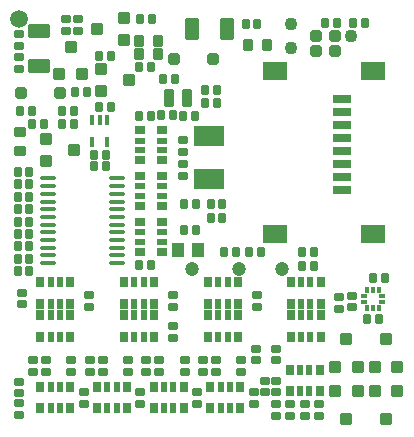
<source format=gbs>
G04*
G04 #@! TF.GenerationSoftware,Altium Limited,Altium Designer,23.8.1 (32)*
G04*
G04 Layer_Color=16711935*
%FSLAX25Y25*%
%MOIN*%
G70*
G04*
G04 #@! TF.SameCoordinates,96FFBF24-88B0-4BCA-8D0C-C256A0C97E90*
G04*
G04*
G04 #@! TF.FilePolarity,Negative*
G04*
G01*
G75*
G04:AMPARAMS|DCode=58|XSize=29.53mil|YSize=35.43mil|CornerRadius=4.53mil|HoleSize=0mil|Usage=FLASHONLY|Rotation=270.000|XOffset=0mil|YOffset=0mil|HoleType=Round|Shape=RoundedRectangle|*
%AMROUNDEDRECTD58*
21,1,0.02953,0.02638,0,0,270.0*
21,1,0.02047,0.03543,0,0,270.0*
1,1,0.00906,-0.01319,-0.01024*
1,1,0.00906,-0.01319,0.01024*
1,1,0.00906,0.01319,0.01024*
1,1,0.00906,0.01319,-0.01024*
%
%ADD58ROUNDEDRECTD58*%
G04:AMPARAMS|DCode=59|XSize=21.65mil|YSize=35.43mil|CornerRadius=3.74mil|HoleSize=0mil|Usage=FLASHONLY|Rotation=270.000|XOffset=0mil|YOffset=0mil|HoleType=Round|Shape=RoundedRectangle|*
%AMROUNDEDRECTD59*
21,1,0.02165,0.02795,0,0,270.0*
21,1,0.01417,0.03543,0,0,270.0*
1,1,0.00748,-0.01398,-0.00709*
1,1,0.00748,-0.01398,0.00709*
1,1,0.00748,0.01398,0.00709*
1,1,0.00748,0.01398,-0.00709*
%
%ADD59ROUNDEDRECTD59*%
G04:AMPARAMS|DCode=66|XSize=31.5mil|YSize=27.56mil|CornerRadius=4.33mil|HoleSize=0mil|Usage=FLASHONLY|Rotation=90.000|XOffset=0mil|YOffset=0mil|HoleType=Round|Shape=RoundedRectangle|*
%AMROUNDEDRECTD66*
21,1,0.03150,0.01890,0,0,90.0*
21,1,0.02284,0.02756,0,0,90.0*
1,1,0.00866,0.00945,0.01142*
1,1,0.00866,0.00945,-0.01142*
1,1,0.00866,-0.00945,-0.01142*
1,1,0.00866,-0.00945,0.01142*
%
%ADD66ROUNDEDRECTD66*%
G04:AMPARAMS|DCode=70|XSize=31.5mil|YSize=27.56mil|CornerRadius=4.33mil|HoleSize=0mil|Usage=FLASHONLY|Rotation=180.000|XOffset=0mil|YOffset=0mil|HoleType=Round|Shape=RoundedRectangle|*
%AMROUNDEDRECTD70*
21,1,0.03150,0.01890,0,0,180.0*
21,1,0.02284,0.02756,0,0,180.0*
1,1,0.00866,-0.01142,0.00945*
1,1,0.00866,0.01142,0.00945*
1,1,0.00866,0.01142,-0.00945*
1,1,0.00866,-0.01142,-0.00945*
%
%ADD70ROUNDEDRECTD70*%
G04:AMPARAMS|DCode=72|XSize=39.37mil|YSize=41.34mil|CornerRadius=5.51mil|HoleSize=0mil|Usage=FLASHONLY|Rotation=270.000|XOffset=0mil|YOffset=0mil|HoleType=Round|Shape=RoundedRectangle|*
%AMROUNDEDRECTD72*
21,1,0.03937,0.03032,0,0,270.0*
21,1,0.02835,0.04134,0,0,270.0*
1,1,0.01102,-0.01516,-0.01417*
1,1,0.01102,-0.01516,0.01417*
1,1,0.01102,0.01516,0.01417*
1,1,0.01102,0.01516,-0.01417*
%
%ADD72ROUNDEDRECTD72*%
G04:AMPARAMS|DCode=76|XSize=31.5mil|YSize=40.16mil|CornerRadius=4.72mil|HoleSize=0mil|Usage=FLASHONLY|Rotation=0.000|XOffset=0mil|YOffset=0mil|HoleType=Round|Shape=RoundedRectangle|*
%AMROUNDEDRECTD76*
21,1,0.03150,0.03071,0,0,0.0*
21,1,0.02205,0.04016,0,0,0.0*
1,1,0.00945,0.01102,-0.01535*
1,1,0.00945,-0.01102,-0.01535*
1,1,0.00945,-0.01102,0.01535*
1,1,0.00945,0.01102,0.01535*
%
%ADD76ROUNDEDRECTD76*%
G04:AMPARAMS|DCode=78|XSize=39.37mil|YSize=41.34mil|CornerRadius=5.51mil|HoleSize=0mil|Usage=FLASHONLY|Rotation=270.000|XOffset=0mil|YOffset=0mil|HoleType=Round|Shape=RoundedRectangle|*
%AMROUNDEDRECTD78*
21,1,0.03937,0.03032,0,0,270.0*
21,1,0.02835,0.04134,0,0,270.0*
1,1,0.01102,-0.01516,-0.01417*
1,1,0.01102,-0.01516,0.01417*
1,1,0.01102,0.01516,0.01417*
1,1,0.01102,0.01516,-0.01417*
%
%ADD78ROUNDEDRECTD78*%
%ADD83C,0.04724*%
%ADD84C,0.04294*%
%ADD85C,0.05906*%
G04:AMPARAMS|DCode=115|XSize=29.53mil|YSize=35.43mil|CornerRadius=4.53mil|HoleSize=0mil|Usage=FLASHONLY|Rotation=0.000|XOffset=0mil|YOffset=0mil|HoleType=Round|Shape=RoundedRectangle|*
%AMROUNDEDRECTD115*
21,1,0.02953,0.02638,0,0,0.0*
21,1,0.02047,0.03543,0,0,0.0*
1,1,0.00906,0.01024,-0.01319*
1,1,0.00906,-0.01024,-0.01319*
1,1,0.00906,-0.01024,0.01319*
1,1,0.00906,0.01024,0.01319*
%
%ADD115ROUNDEDRECTD115*%
G04:AMPARAMS|DCode=116|XSize=21.65mil|YSize=35.43mil|CornerRadius=3.74mil|HoleSize=0mil|Usage=FLASHONLY|Rotation=0.000|XOffset=0mil|YOffset=0mil|HoleType=Round|Shape=RoundedRectangle|*
%AMROUNDEDRECTD116*
21,1,0.02165,0.02795,0,0,0.0*
21,1,0.01417,0.03543,0,0,0.0*
1,1,0.00748,0.00709,-0.01398*
1,1,0.00748,-0.00709,-0.01398*
1,1,0.00748,-0.00709,0.01398*
1,1,0.00748,0.00709,0.01398*
%
%ADD116ROUNDEDRECTD116*%
G04:AMPARAMS|DCode=117|XSize=37.4mil|YSize=37.4mil|CornerRadius=5.32mil|HoleSize=0mil|Usage=FLASHONLY|Rotation=0.000|XOffset=0mil|YOffset=0mil|HoleType=Round|Shape=RoundedRectangle|*
%AMROUNDEDRECTD117*
21,1,0.03740,0.02677,0,0,0.0*
21,1,0.02677,0.03740,0,0,0.0*
1,1,0.01063,0.01339,-0.01339*
1,1,0.01063,-0.01339,-0.01339*
1,1,0.01063,-0.01339,0.01339*
1,1,0.01063,0.01339,0.01339*
%
%ADD117ROUNDEDRECTD117*%
G04:AMPARAMS|DCode=118|XSize=82.68mil|YSize=61.02mil|CornerRadius=7.68mil|HoleSize=0mil|Usage=FLASHONLY|Rotation=180.000|XOffset=0mil|YOffset=0mil|HoleType=Round|Shape=RoundedRectangle|*
%AMROUNDEDRECTD118*
21,1,0.08268,0.04567,0,0,180.0*
21,1,0.06732,0.06102,0,0,180.0*
1,1,0.01535,-0.03366,0.02284*
1,1,0.01535,0.03366,0.02284*
1,1,0.01535,0.03366,-0.02284*
1,1,0.01535,-0.03366,-0.02284*
%
%ADD118ROUNDEDRECTD118*%
G04:AMPARAMS|DCode=119|XSize=62.99mil|YSize=29.53mil|CornerRadius=4.53mil|HoleSize=0mil|Usage=FLASHONLY|Rotation=180.000|XOffset=0mil|YOffset=0mil|HoleType=Round|Shape=RoundedRectangle|*
%AMROUNDEDRECTD119*
21,1,0.06299,0.02047,0,0,180.0*
21,1,0.05394,0.02953,0,0,180.0*
1,1,0.00906,-0.02697,0.01024*
1,1,0.00906,0.02697,0.01024*
1,1,0.00906,0.02697,-0.01024*
1,1,0.00906,-0.02697,-0.01024*
%
%ADD119ROUNDEDRECTD119*%
G04:AMPARAMS|DCode=120|XSize=39.37mil|YSize=41.34mil|CornerRadius=5.51mil|HoleSize=0mil|Usage=FLASHONLY|Rotation=180.000|XOffset=0mil|YOffset=0mil|HoleType=Round|Shape=RoundedRectangle|*
%AMROUNDEDRECTD120*
21,1,0.03937,0.03032,0,0,180.0*
21,1,0.02835,0.04134,0,0,180.0*
1,1,0.01102,-0.01417,0.01516*
1,1,0.01102,0.01417,0.01516*
1,1,0.01102,0.01417,-0.01516*
1,1,0.01102,-0.01417,-0.01516*
%
%ADD120ROUNDEDRECTD120*%
%ADD121R,0.01772X0.01870*%
G04:AMPARAMS|DCode=122|XSize=16.54mil|YSize=35.43mil|CornerRadius=3.23mil|HoleSize=0mil|Usage=FLASHONLY|Rotation=180.000|XOffset=0mil|YOffset=0mil|HoleType=Round|Shape=RoundedRectangle|*
%AMROUNDEDRECTD122*
21,1,0.01654,0.02898,0,0,180.0*
21,1,0.01008,0.03543,0,0,180.0*
1,1,0.00646,-0.00504,0.01449*
1,1,0.00646,0.00504,0.01449*
1,1,0.00646,0.00504,-0.01449*
1,1,0.00646,-0.00504,-0.01449*
%
%ADD122ROUNDEDRECTD122*%
%ADD123O,0.05354X0.01378*%
G04:AMPARAMS|DCode=124|XSize=74.8mil|YSize=49.21mil|CornerRadius=6.5mil|HoleSize=0mil|Usage=FLASHONLY|Rotation=0.000|XOffset=0mil|YOffset=0mil|HoleType=Round|Shape=RoundedRectangle|*
%AMROUNDEDRECTD124*
21,1,0.07480,0.03622,0,0,0.0*
21,1,0.06181,0.04921,0,0,0.0*
1,1,0.01299,0.03091,-0.01811*
1,1,0.01299,-0.03091,-0.01811*
1,1,0.01299,-0.03091,0.01811*
1,1,0.01299,0.03091,0.01811*
%
%ADD124ROUNDEDRECTD124*%
G04:AMPARAMS|DCode=125|XSize=39.76mil|YSize=37.4mil|CornerRadius=5.32mil|HoleSize=0mil|Usage=FLASHONLY|Rotation=0.000|XOffset=0mil|YOffset=0mil|HoleType=Round|Shape=RoundedRectangle|*
%AMROUNDEDRECTD125*
21,1,0.03976,0.02677,0,0,0.0*
21,1,0.02913,0.03740,0,0,0.0*
1,1,0.01063,0.01457,-0.01339*
1,1,0.01063,-0.01457,-0.01339*
1,1,0.01063,-0.01457,0.01339*
1,1,0.01063,0.01457,0.01339*
%
%ADD125ROUNDEDRECTD125*%
%ADD126R,0.09843X0.07087*%
%ADD127R,0.01870X0.01772*%
G04:AMPARAMS|DCode=128|XSize=31.5mil|YSize=59.06mil|CornerRadius=4.72mil|HoleSize=0mil|Usage=FLASHONLY|Rotation=0.000|XOffset=0mil|YOffset=0mil|HoleType=Round|Shape=RoundedRectangle|*
%AMROUNDEDRECTD128*
21,1,0.03150,0.04961,0,0,0.0*
21,1,0.02205,0.05906,0,0,0.0*
1,1,0.00945,0.01102,-0.02480*
1,1,0.00945,-0.01102,-0.02480*
1,1,0.00945,-0.01102,0.02480*
1,1,0.00945,0.01102,0.02480*
%
%ADD128ROUNDEDRECTD128*%
G04:AMPARAMS|DCode=129|XSize=39.37mil|YSize=41.34mil|CornerRadius=5.51mil|HoleSize=0mil|Usage=FLASHONLY|Rotation=180.000|XOffset=0mil|YOffset=0mil|HoleType=Round|Shape=RoundedRectangle|*
%AMROUNDEDRECTD129*
21,1,0.03937,0.03032,0,0,180.0*
21,1,0.02835,0.04134,0,0,180.0*
1,1,0.01102,-0.01417,0.01516*
1,1,0.01102,0.01417,0.01516*
1,1,0.01102,0.01417,-0.01516*
1,1,0.01102,-0.01417,-0.01516*
%
%ADD129ROUNDEDRECTD129*%
%ADD130R,0.04331X0.04724*%
G04:AMPARAMS|DCode=131|XSize=74.8mil|YSize=49.21mil|CornerRadius=6.5mil|HoleSize=0mil|Usage=FLASHONLY|Rotation=90.000|XOffset=0mil|YOffset=0mil|HoleType=Round|Shape=RoundedRectangle|*
%AMROUNDEDRECTD131*
21,1,0.07480,0.03622,0,0,90.0*
21,1,0.06181,0.04921,0,0,90.0*
1,1,0.01299,0.01811,0.03091*
1,1,0.01299,0.01811,-0.03091*
1,1,0.01299,-0.01811,-0.03091*
1,1,0.01299,-0.01811,0.03091*
%
%ADD131ROUNDEDRECTD131*%
G04:AMPARAMS|DCode=132|XSize=31.5mil|YSize=40.16mil|CornerRadius=4.72mil|HoleSize=0mil|Usage=FLASHONLY|Rotation=90.000|XOffset=0mil|YOffset=0mil|HoleType=Round|Shape=RoundedRectangle|*
%AMROUNDEDRECTD132*
21,1,0.03150,0.03071,0,0,90.0*
21,1,0.02205,0.04016,0,0,90.0*
1,1,0.00945,0.01535,0.01102*
1,1,0.00945,0.01535,-0.01102*
1,1,0.00945,-0.01535,-0.01102*
1,1,0.00945,-0.01535,0.01102*
%
%ADD132ROUNDEDRECTD132*%
D58*
X51969Y85039D02*
D03*
Y59744D02*
D03*
Y75000D02*
D03*
Y69784D02*
D03*
X44882Y100295D02*
D03*
X51969D02*
D03*
X51969Y90256D02*
D03*
X44882D02*
D03*
X44882Y59744D02*
D03*
Y69784D02*
D03*
Y75000D02*
D03*
Y85039D02*
D03*
D59*
X51969Y81594D02*
D03*
Y66339D02*
D03*
Y78445D02*
D03*
Y63189D02*
D03*
X51969Y93701D02*
D03*
Y96850D02*
D03*
X44882Y96850D02*
D03*
X44882Y93701D02*
D03*
X44882Y66339D02*
D03*
Y63189D02*
D03*
Y81594D02*
D03*
Y78445D02*
D03*
D66*
X84952Y59621D02*
D03*
X81015D02*
D03*
X76756D02*
D03*
X72819D02*
D03*
X33434Y92088D02*
D03*
X29497D02*
D03*
X33434Y88365D02*
D03*
X29497D02*
D03*
X31018Y125197D02*
D03*
X34955D02*
D03*
X119652Y136130D02*
D03*
X83904Y135891D02*
D03*
X98819Y59621D02*
D03*
X66535Y113779D02*
D03*
Y109449D02*
D03*
X63105Y105230D02*
D03*
X52362Y117323D02*
D03*
X51828Y105285D02*
D03*
X72244Y75625D02*
D03*
X63455D02*
D03*
X59518Y67140D02*
D03*
X124435Y37274D02*
D03*
X98819Y55118D02*
D03*
X48819Y137343D02*
D03*
X48326Y121260D02*
D03*
X44488Y105194D02*
D03*
X22835Y106592D02*
D03*
X8770D02*
D03*
X22835Y102362D02*
D03*
X8770D02*
D03*
X48473Y55454D02*
D03*
X3937Y53543D02*
D03*
X56299Y117323D02*
D03*
X70472Y113779D02*
D03*
X59518Y75625D02*
D03*
X68307D02*
D03*
Y71137D02*
D03*
X72244D02*
D03*
X126378Y51181D02*
D03*
X122441D02*
D03*
X120498Y37274D02*
D03*
X35053Y108098D02*
D03*
X31116D02*
D03*
X4832Y106592D02*
D03*
X48425Y105194D02*
D03*
X63455Y67140D02*
D03*
X55765Y105285D02*
D03*
X59168Y105230D02*
D03*
X18898Y102362D02*
D03*
X44536Y55454D02*
D03*
X7874Y53543D02*
D03*
X79967Y135891D02*
D03*
X44882Y137343D02*
D03*
X27165Y113165D02*
D03*
X23228D02*
D03*
X18898Y106592D02*
D03*
X102756Y55118D02*
D03*
Y59621D02*
D03*
X70472Y109449D02*
D03*
X115715Y136130D02*
D03*
X106399D02*
D03*
X110336D02*
D03*
X44389Y121260D02*
D03*
X12707Y102362D02*
D03*
X3937Y57480D02*
D03*
X7874D02*
D03*
X3937Y69882D02*
D03*
X7874D02*
D03*
X3937Y74016D02*
D03*
X7874D02*
D03*
X3937Y82284D02*
D03*
X7874D02*
D03*
X3937Y78150D02*
D03*
X7874D02*
D03*
X3937Y86417D02*
D03*
X7874D02*
D03*
X3937Y65748D02*
D03*
X7874D02*
D03*
X3937Y61614D02*
D03*
X7874D02*
D03*
D70*
X58927Y88976D02*
D03*
Y93209D02*
D03*
X104331Y5118D02*
D03*
X99606Y5118D02*
D03*
X94882D02*
D03*
X90158D02*
D03*
X20079Y133465D02*
D03*
X24213D02*
D03*
X115393Y41244D02*
D03*
Y45181D02*
D03*
X4464Y132283D02*
D03*
Y128347D02*
D03*
X58927Y97146D02*
D03*
Y85039D02*
D03*
X111221Y40748D02*
D03*
Y44685D02*
D03*
X86448Y12972D02*
D03*
Y16909D02*
D03*
X90158D02*
D03*
Y12972D02*
D03*
Y27559D02*
D03*
Y23622D02*
D03*
X90158Y9055D02*
D03*
X94882D02*
D03*
X104331Y9055D02*
D03*
X99606Y9055D02*
D03*
X5499Y42249D02*
D03*
Y46186D02*
D03*
X55709Y45276D02*
D03*
Y41339D02*
D03*
Y35039D02*
D03*
Y31102D02*
D03*
X27756Y45276D02*
D03*
Y41339D02*
D03*
X51181Y19882D02*
D03*
Y23819D02*
D03*
X21851Y19882D02*
D03*
Y23819D02*
D03*
X9055Y19882D02*
D03*
Y23819D02*
D03*
X25947Y12972D02*
D03*
Y9035D02*
D03*
X4331Y12598D02*
D03*
Y16535D02*
D03*
X4528Y9449D02*
D03*
Y5512D02*
D03*
X4464Y120757D02*
D03*
Y124694D02*
D03*
X20079Y137402D02*
D03*
X24213D02*
D03*
X27953Y23819D02*
D03*
Y19882D02*
D03*
X32283Y23819D02*
D03*
Y19882D02*
D03*
X40748Y23819D02*
D03*
Y19882D02*
D03*
X44914Y9035D02*
D03*
Y12972D02*
D03*
X83661Y41339D02*
D03*
Y45276D02*
D03*
X13386Y23819D02*
D03*
Y19882D02*
D03*
X63757Y9035D02*
D03*
Y12972D02*
D03*
X59646Y23819D02*
D03*
Y19882D02*
D03*
X46851Y23819D02*
D03*
Y19882D02*
D03*
X82737Y9035D02*
D03*
Y12972D02*
D03*
X78544Y23819D02*
D03*
Y19882D02*
D03*
X70079Y23819D02*
D03*
Y19882D02*
D03*
X65748Y23819D02*
D03*
Y19882D02*
D03*
X83525Y27559D02*
D03*
Y23622D02*
D03*
D72*
X39557Y130256D02*
D03*
X31817Y120781D02*
D03*
X13484Y97411D02*
D03*
D76*
X87205Y128839D02*
D03*
X80905D02*
D03*
X50591Y130217D02*
D03*
X44291Y130217D02*
D03*
X50591Y125591D02*
D03*
X44291D02*
D03*
D78*
X22736Y93670D02*
D03*
X31817Y113301D02*
D03*
X41069Y117041D02*
D03*
X39557Y137736D02*
D03*
X30305Y133996D02*
D03*
X13484Y89930D02*
D03*
D83*
X77913Y54134D02*
D03*
X92126D02*
D03*
X62126D02*
D03*
D84*
X115118Y131693D02*
D03*
X95118Y127693D02*
D03*
Y135693D02*
D03*
D85*
X4331Y137402D02*
D03*
D115*
X77461Y49606D02*
D03*
Y42520D02*
D03*
X67421D02*
D03*
X67421Y49606D02*
D03*
X49508Y42520D02*
D03*
X21555D02*
D03*
X39469Y38583D02*
D03*
X94587Y13386D02*
D03*
X94587Y20472D02*
D03*
X104626D02*
D03*
Y13386D02*
D03*
X11516Y31496D02*
D03*
X11516Y38583D02*
D03*
X21555Y38583D02*
D03*
X21555Y31496D02*
D03*
X21555Y49606D02*
D03*
X11516Y42520D02*
D03*
X11516Y49606D02*
D03*
X39469Y31496D02*
D03*
X49508Y38583D02*
D03*
Y31496D02*
D03*
X49508Y49606D02*
D03*
X39469Y42520D02*
D03*
Y49606D02*
D03*
X40453Y7677D02*
D03*
Y14764D02*
D03*
X30413D02*
D03*
Y7677D02*
D03*
X21555D02*
D03*
X21555Y14764D02*
D03*
X11516D02*
D03*
X11516Y7677D02*
D03*
X59351D02*
D03*
Y14764D02*
D03*
X49311D02*
D03*
X49311Y7677D02*
D03*
X78248D02*
D03*
Y14764D02*
D03*
X68209D02*
D03*
X68209Y7677D02*
D03*
X77461Y31496D02*
D03*
Y38583D02*
D03*
X67421Y38583D02*
D03*
X67421Y31496D02*
D03*
X105020D02*
D03*
X105020Y38583D02*
D03*
X94980Y38583D02*
D03*
Y31496D02*
D03*
X94980Y49606D02*
D03*
X94980Y42520D02*
D03*
X105020D02*
D03*
Y49606D02*
D03*
D116*
X70866Y42520D02*
D03*
X74016D02*
D03*
X74016Y49606D02*
D03*
X70866Y49606D02*
D03*
X46063Y42520D02*
D03*
X18110D02*
D03*
X42913Y38583D02*
D03*
X101181Y20472D02*
D03*
X98032D02*
D03*
Y13386D02*
D03*
X101181D02*
D03*
X18110Y38583D02*
D03*
X14961D02*
D03*
Y31496D02*
D03*
X18110Y31496D02*
D03*
X14961Y42520D02*
D03*
X18110Y49606D02*
D03*
X14961Y49606D02*
D03*
X46063Y38583D02*
D03*
X42913Y31496D02*
D03*
X46063D02*
D03*
X42914Y42520D02*
D03*
X46063Y49606D02*
D03*
X42914D02*
D03*
X37008Y7677D02*
D03*
X33858D02*
D03*
Y14764D02*
D03*
X37008D02*
D03*
X18111Y7677D02*
D03*
X14961D02*
D03*
Y14764D02*
D03*
X18111D02*
D03*
X55906Y7677D02*
D03*
X52756D02*
D03*
Y14764D02*
D03*
X55906D02*
D03*
X74803Y7677D02*
D03*
X71654D02*
D03*
Y14764D02*
D03*
X74803D02*
D03*
X74016Y31496D02*
D03*
X70866D02*
D03*
Y38583D02*
D03*
X74016D02*
D03*
X101575Y31496D02*
D03*
X98425D02*
D03*
Y38583D02*
D03*
X101575Y38583D02*
D03*
X98425Y49606D02*
D03*
X101575Y49606D02*
D03*
X101575Y42520D02*
D03*
X98425Y42520D02*
D03*
D117*
X109803Y126870D02*
D03*
Y131860D02*
D03*
X103583D02*
D03*
Y126870D02*
D03*
D118*
X122441Y119980D02*
D03*
X89764D02*
D03*
X122441Y65847D02*
D03*
X89764D02*
D03*
D119*
X112205Y101949D02*
D03*
Y110610D02*
D03*
Y106280D02*
D03*
Y97618D02*
D03*
Y93287D02*
D03*
Y88957D02*
D03*
Y84626D02*
D03*
Y80295D02*
D03*
D120*
X130512Y21339D02*
D03*
X117308D02*
D03*
X123031Y13307D02*
D03*
X109828Y13307D02*
D03*
X126772Y30591D02*
D03*
X113568D02*
D03*
X113568Y4055D02*
D03*
X25394Y118976D02*
D03*
X21654Y128228D02*
D03*
X126772Y4055D02*
D03*
D121*
X124435Y47112D02*
D03*
X120498D02*
D03*
X124435Y41108D02*
D03*
X122467D02*
D03*
Y47112D02*
D03*
X120498Y41108D02*
D03*
D122*
X33870Y103760D02*
D03*
X28752D02*
D03*
X31311D02*
D03*
X33870Y96279D02*
D03*
X28752D02*
D03*
D123*
X37087Y84252D02*
D03*
X14095Y81693D02*
D03*
Y84252D02*
D03*
X37087Y61221D02*
D03*
X14095Y58662D02*
D03*
Y56102D02*
D03*
Y61221D02*
D03*
Y63780D02*
D03*
Y66339D02*
D03*
Y68898D02*
D03*
Y71457D02*
D03*
Y74016D02*
D03*
Y76575D02*
D03*
Y79134D02*
D03*
X37087Y56102D02*
D03*
Y58662D02*
D03*
Y63780D02*
D03*
Y66339D02*
D03*
Y68898D02*
D03*
Y71457D02*
D03*
Y74016D02*
D03*
Y76575D02*
D03*
Y79134D02*
D03*
Y81693D02*
D03*
D124*
X11024Y121839D02*
D03*
Y133257D02*
D03*
D125*
X69114Y123974D02*
D03*
X56122D02*
D03*
X5037Y112774D02*
D03*
X18029Y112774D02*
D03*
D126*
X67889Y98569D02*
D03*
X67889Y84002D02*
D03*
D127*
X119465Y43126D02*
D03*
Y45094D02*
D03*
X125469D02*
D03*
Y43126D02*
D03*
D128*
X54478Y111092D02*
D03*
X60383D02*
D03*
D129*
X123031Y21339D02*
D03*
X109828D02*
D03*
X117308Y13307D02*
D03*
X17913Y118976D02*
D03*
X130512Y13307D02*
D03*
D130*
X57281Y60433D02*
D03*
X63974D02*
D03*
D131*
X73642Y133970D02*
D03*
X62225D02*
D03*
D132*
X4725Y99606D02*
D03*
X4725Y93307D02*
D03*
M02*

</source>
